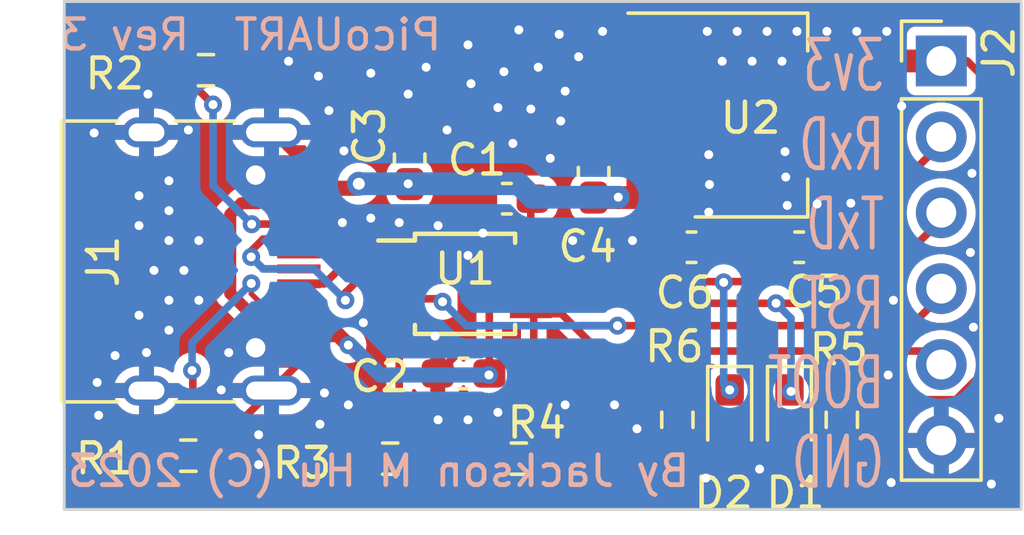
<source format=kicad_pcb>
(kicad_pcb (version 20221018) (generator pcbnew)
  (layers (0 "F.Cu" signal) (31 "B.Cu" signal) (34 "B.Paste" user) (35 "F.Paste" user) (36 "B.SilkS" user "B.Silkscreen") (37 "F.SilkS" user "F.Silkscreen") (38 "B.Mask" user) (39 "F.Mask" user) (44 "Edge.Cuts" user))
  (net 0 "")
  (net 1 "GND")
  (net 2 "Net-(U1-V3)")
  (net 3 "+5V")
  (net 4 "+3V3")
  (net 5 "Net-(J1-CC1)")
  (net 6 "USB_DP")
  (net 7 "USB_DM")
  (net 9 "Net-(J1-CC2)")
  (net 11 "RxD")
  (net 12 "TxD")
  (net 13 "RESET")
  (net 14 "BOOT")
  (net 15 "Net-(U1-CTS)")
  (net 16 "Net-(D1-A)")
  (net 17 "Net-(D2-A)")
  (footprint "Capacitor_SMD:C_0603_1608Metric_Pad1.08x0.95mm_HandSolder" (layer "F.Cu") (at 137.8 81.6)
    (fp_text reference "C1" (at -1 -1.3) (layer "F.SilkS"))
    (fp_text value "100nF")
    (fp_line (start -0.146267 -0.51) (end 0.146267 -0.51) (stroke (width 0.12)) (layer "F.SilkS"))
    (fp_line (start -0.146267 0.51) (end 0.146267 0.51) (stroke (width 0.12)) (layer "F.SilkS"))
    (pad "1" smd roundrect (at -0.8625 0) (size 1.075 0.95) (layers "F.Cu" "F.Paste" "F.Mask") (net 1 "GND"))
    (pad "2" smd roundrect (at 0.8625 0) (size 1.075 0.95) (layers "F.Cu" "F.Paste" "F.Mask") (net 2 "Net-(U1-V3)"))
  )
  (footprint "Capacitor_SMD:C_0603_1608Metric_Pad1.08x0.95mm_HandSolder" (layer "F.Cu") (at 136.35 87.45)
    (fp_text reference "C2" (at -2.8 0.1) (layer "F.SilkS"))
    (fp_text value "100nF")
    (fp_line (start -0.146267 -0.51) (end 0.146267 -0.51) (stroke (width 0.12)) (layer "F.SilkS"))
    (fp_line (start -0.146267 0.51) (end 0.146267 0.51) (stroke (width 0.12)) (layer "F.SilkS"))
    (pad "1" smd roundrect (at -0.8625 0) (size 1.075 0.95) (layers "F.Cu" "F.Paste" "F.Mask") (net 1 "GND"))
    (pad "2" smd roundrect (at 0.8625 0) (size 1.075 0.95) (layers "F.Cu" "F.Paste" "F.Mask") (net 3 "+5V"))
  )
  (footprint "Package_SO:MSOP-10_3x3mm_P0.5mm" (layer "F.Cu") (at 136.4 84.45)
    (fp_text reference "U1" (at 0 -0.5) (layer "F.SilkS"))
    (fp_text value "CH340X")
    (fp_line (start -1.675 -1.675) (end -1.675 -1.45) (stroke (width 0.15)) (layer "F.SilkS"))
    (fp_line (start -1.675 -1.675) (end 1.675 -1.675) (stroke (width 0.15)) (layer "F.SilkS"))
    (fp_line (start -1.675 -1.45) (end -2.9 -1.45) (stroke (width 0.15)) (layer "F.SilkS"))
    (fp_line (start -1.675 1.675) (end -1.675 1.375) (stroke (width 0.15)) (layer "F.SilkS"))
    (fp_line (start -1.675 1.675) (end 1.675 1.675) (stroke (width 0.15)) (layer "F.SilkS"))
    (fp_line (start 1.675 -1.675) (end 1.675 -1.375) (stroke (width 0.15)) (layer "F.SilkS"))
    (fp_line (start 1.675 1.675) (end 1.675 1.375) (stroke (width 0.15)) (layer "F.SilkS"))
    (pad "1" smd rect (at -2.2 -1) (size 1.4 0.3) (layers "F.Cu" "F.Paste" "F.Mask") (net 6 "USB_DP"))
    (pad "2" smd rect (at -2.2 -0.5) (size 1.4 0.3) (layers "F.Cu" "F.Paste" "F.Mask") (net 7 "USB_DM"))
    (pad "3" smd rect (at -2.2 0) (size 1.4 0.3) (layers "F.Cu" "F.Paste" "F.Mask") (net 1 "GND"))
    (pad "4" smd rect (at -2.2 0.5) (size 1.4 0.3) (layers "F.Cu" "F.Paste" "F.Mask") (net 13 "RESET"))
    (pad "5" smd rect (at -2.2 1) (size 1.4 0.3) (layers "F.Cu" "F.Paste" "F.Mask") (net 15 "Net-(U1-CTS)"))
    (pad "6" smd rect (at 2.2 1) (size 1.4 0.3) (layers "F.Cu" "F.Paste" "F.Mask") (net 14 "BOOT"))
    (pad "7" smd rect (at 2.2 0.5) (size 1.4 0.3) (layers "F.Cu" "F.Paste" "F.Mask") (net 3 "+5V"))
    (pad "8" smd rect (at 2.2 0) (size 1.4 0.3) (layers "F.Cu" "F.Paste" "F.Mask") (net 12 "TxD"))
    (pad "9" smd rect (at 2.2 -0.5) (size 1.4 0.3) (layers "F.Cu" "F.Paste" "F.Mask") (net 11 "RxD"))
    (pad "10" smd rect (at 2.2 -1) (size 1.4 0.3) (layers "F.Cu" "F.Paste" "F.Mask") (net 2 "Net-(U1-V3)"))
  )
  (footprint "Connector_PinHeader_2.54mm:PinHeader_1x06_P2.54mm_Vertical" (layer "F.Cu") (at 152.325 76.99)
    (fp_text reference "J2" (at 1.925 -0.29 90) (layer "F.SilkS"))
    (fp_text value "UART")
    (fp_line (start -1.33 -1.33) (end 0 -1.33) (stroke (width 0.12)) (layer "F.SilkS"))
    (fp_line (start -1.33 0) (end -1.33 -1.33) (stroke (width 0.12)) (layer "F.SilkS"))
    (fp_line (start -1.33 1.27) (end -1.33 14.03) (stroke (width 0.12)) (layer "F.SilkS"))
    (fp_line (start -1.33 1.27) (end 1.33 1.27) (stroke (width 0.12)) (layer "F.SilkS"))
    (fp_line (start -1.33 14.03) (end 1.33 14.03) (stroke (width 0.12)) (layer "F.SilkS"))
    (fp_line (start 1.33 1.27) (end 1.33 14.03) (stroke (width 0.12)) (layer "F.SilkS"))
    (pad "1" thru_hole rect (at 0 0) (size 1.7 1.7) (drill 1) (layers "*.Cu" "*.Mask") (net 4 "+3V3"))
    (pad "2" thru_hole oval (at 0 2.54) (size 1.7 1.7) (drill 1) (layers "*.Cu" "*.Mask") (net 11 "RxD"))
    (pad "3" thru_hole oval (at 0 5.08) (size 1.7 1.7) (drill 1) (layers "*.Cu" "*.Mask") (net 12 "TxD"))
    (pad "4" thru_hole oval (at 0 7.62) (size 1.7 1.7) (drill 1) (layers "*.Cu" "*.Mask") (net 13 "RESET"))
    (pad "5" thru_hole oval (at 0 10.16) (size 1.7 1.7) (drill 1) (layers "*.Cu" "*.Mask") (net 14 "BOOT"))
    (pad "6" thru_hole oval (at 0 12.7) (size 1.7 1.7) (drill 1) (layers "*.Cu" "*.Mask") (net 1 "GND"))
  )
  (footprint "LED_SMD:LED_0603_1608Metric_Pad1.05x0.95mm_HandSolder" (layer "F.Cu") (at 145.25 88.875 -90)
    (fp_text reference "D2" (at 2.575 0.2) (layer "F.SilkS"))
    (fp_text value "LED")
    (fp_line (start -1.66 -0.735) (end -1.66 0.735) (stroke (width 0.12)) (layer "F.SilkS"))
    (fp_line (start -1.66 0.735) (end 0.8 0.735) (stroke (width 0.12)) (layer "F.SilkS"))
    (fp_line (start 0.8 -0.735) (end -1.66 -0.735) (stroke (width 0.12)) (layer "F.SilkS"))
    (pad "1" smd roundrect (at -0.875 0 270) (size 1.05 0.95) (layers "F.Cu" "F.Paste" "F.Mask") (net 11 "RxD"))
    (pad "2" smd roundrect (at 0.875 0 270) (size 1.05 0.95) (layers "F.Cu" "F.Paste" "F.Mask") (net 17 "Net-(D2-A)"))
  )
  (footprint "Capacitor_SMD:C_0603_1608Metric_Pad1.08x0.95mm_HandSolder" (layer "F.Cu") (at 143.975 83.225 180)
    (fp_text reference "C6" (at 0.225 -1.525 180) (layer "F.SilkS"))
    (fp_text value "10uF")
    (fp_line (start -0.146267 -0.51) (end 0.146267 -0.51) (stroke (width 0.12)) (layer "F.SilkS"))
    (fp_line (start -0.146267 0.51) (end 0.146267 0.51) (stroke (width 0.12)) (layer "F.SilkS"))
    (pad "1" smd roundrect (at -0.8625 0 180) (size 1.075 0.95) (layers "F.Cu" "F.Paste" "F.Mask") (net 4 "+3V3"))
    (pad "2" smd roundrect (at 0.8625 0 180) (size 1.075 0.95) (layers "F.Cu" "F.Paste" "F.Mask") (net 1 "GND"))
  )
  (footprint "Connector_USB:USB_C_Receptacle_HRO_TYPE-C-31-M-12" (layer "F.Cu") (at 126.8 83.7 -90)
    (fp_text reference "J1" (at 0 2.5 90) (layer "F.SilkS"))
    (fp_text value "USB")
    (fp_line (start -4.7 -1.9) (end -4.7 0.1) (stroke (width 0.12)) (layer "F.SilkS"))
    (fp_line (start -4.7 2) (end -4.7 3.9) (stroke (width 0.12)) (layer "F.SilkS"))
    (fp_line (start -4.7 3.9) (end 4.7 3.9) (stroke (width 0.12)) (layer "F.SilkS"))
    (fp_line (start 4.7 -1.9) (end 4.7 0.1) (stroke (width 0.12)) (layer "F.SilkS"))
    (fp_line (start 4.7 2) (end 4.7 3.9) (stroke (width 0.12)) (layer "F.SilkS"))
    (pad "" np_thru_hole circle (at -2.89 -2.6 270) (size 0.65 0.65) (drill 0.65) (layers "*.Cu" "*.Mask"))
    (pad "" np_thru_hole circle (at 2.89 -2.6 270) (size 0.65 0.65) (drill 0.65) (layers "*.Cu" "*.Mask"))
    (pad "A1" smd rect (at -3.25 -4.045 270) (size 0.6 1.45) (layers "F.Cu" "F.Paste" "F.Mask") (net 1 "GND"))
    (pad "A4" smd rect (at -2.45 -4.045 270) (size 0.6 1.45) (layers "F.Cu" "F.Paste" "F.Mask") (net 3 "+5V"))
    (pad "A5" smd rect (at -1.25 -4.045 270) (size 0.3 1.45) (layers "F.Cu" "F.Paste" "F.Mask") (net 5 "Net-(J1-CC1)"))
    (pad "A6" smd rect (at -0.25 -4.045 270) (size 0.3 1.45) (layers "F.Cu" "F.Paste" "F.Mask") (net 6 "USB_DP"))
    (pad "A7" smd rect (at 0.25 -4.045 270) (size 0.3 1.45) (layers "F.Cu" "F.Paste" "F.Mask") (net 7 "USB_DM"))
    (pad "A8" smd rect (at 1.25 -4.045 270) (size 0.3 1.45) (layers "F.Cu" "F.Paste" "F.Mask"))
    (pad "A9" smd rect (at 2.45 -4.045 270) (size 0.6 1.45) (layers "F.Cu" "F.Paste" "F.Mask") (net 3 "+5V"))
    (pad "A12" smd rect (at 3.25 -4.045 270) (size 0.6 1.45) (layers "F.Cu" "F.Paste" "F.Mask") (net 1 "GND"))
    (pad "B1" smd rect (at 3.25 -4.045 270) (size 0.6 1.45) (layers "F.Cu" "F.Paste" "F.Mask") (net 1 "GND"))
    (pad "B4" smd rect (at 2.45 -4.045 270) (size 0.6 1.45) (layers "F.Cu" "F.Paste" "F.Mask") (net 3 "+5V"))
    (pad "B5" smd rect (at 1.75 -4.045 270) (size 0.3 1.45) (layers "F.Cu" "F.Paste" "F.Mask") (net 9 "Net-(J1-CC2)"))
    (pad "B6" smd rect (at 0.75 -4.045 270) (size 0.3 1.45) (layers "F.Cu" "F.Paste" "F.Mask") (net 6 "USB_DP"))
    (pad "B7" smd rect (at -0.75 -4.045 270) (size 0.3 1.45) (layers "F.Cu" "F.Paste" "F.Mask") (net 7 "USB_DM"))
    (pad "B8" smd rect (at -1.75 -4.045 270) (size 0.3 1.45) (layers "F.Cu" "F.Paste" "F.Mask"))
    (pad "B9" smd rect (at -2.45 -4.045 270) (size 0.6 1.45) (layers "F.Cu" "F.Paste" "F.Mask") (net 3 "+5V"))
    (pad "B12" smd rect (at -3.25 -4.045 270) (size 0.6 1.45) (layers "F.Cu" "F.Paste" "F.Mask") (net 1 "GND"))
    (pad "S1" thru_hole oval (at -4.32 -3.13 270) (size 1 2.1) (drill oval 0.6 1.7) (layers "*.Cu" "*.Mask") (net 1 "GND"))
    (pad "S1" thru_hole oval (at -4.32 1.05 270) (size 1 1.6) (drill oval 0.6 1.2) (layers "*.Cu" "*.Mask") (net 1 "GND"))
    (pad "S1" thru_hole oval (at 4.32 -3.13 270) (size 1 2.1) (drill oval 0.6 1.7) (layers "*.Cu" "*.Mask") (net 1 "GND"))
    (pad "S1" thru_hole oval (at 4.32 1.05 270) (size 1 1.6) (drill oval 0.6 1.2) (layers "*.Cu" "*.Mask") (net 1 "GND"))
  )
  (footprint "LED_SMD:LED_0603_1608Metric_Pad1.05x0.95mm_HandSolder" (layer "F.Cu") (at 147.25 88.875 -90)
    (fp_text reference "D1" (at 2.575 -0.2) (layer "F.SilkS"))
    (fp_text value "LED")
    (fp_line (start -1.66 -0.735) (end -1.66 0.735) (stroke (width 0.12)) (layer "F.SilkS"))
    (fp_line (start -1.66 0.735) (end 0.8 0.735) (stroke (width 0.12)) (layer "F.SilkS"))
    (fp_line (start 0.8 -0.735) (end -1.66 -0.735) (stroke (width 0.12)) (layer "F.SilkS"))
    (pad "1" smd roundrect (at -0.875 0 270) (size 1.05 0.95) (layers "F.Cu" "F.Paste" "F.Mask") (net 12 "TxD"))
    (pad "2" smd roundrect (at 0.875 0 270) (size 1.05 0.95) (layers "F.Cu" "F.Paste" "F.Mask") (net 16 "Net-(D1-A)"))
  )
  (footprint "Resistor_SMD:R_0603_1608Metric_Pad0.98x0.95mm_HandSolder" (layer "F.Cu") (at 143.5 89 -90)
    (fp_text reference "R6" (at -2.45 0.1 -180) (layer "F.SilkS"))
    (fp_text value "1k")
    (fp_line (start -0.254724 -0.5225) (end 0.254724 -0.5225) (stroke (width 0.12)) (layer "F.SilkS"))
    (fp_line (start -0.254724 0.5225) (end 0.254724 0.5225) (stroke (width 0.12)) (layer "F.SilkS"))
    (pad "1" smd roundrect (at -0.9125 0 270) (size 0.975 0.95) (layers "F.Cu" "F.Paste" "F.Mask") (net 4 "+3V3"))
    (pad "2" smd roundrect (at 0.9125 0 270) (size 0.975 0.95) (layers "F.Cu" "F.Paste" "F.Mask") (net 17 "Net-(D2-A)"))
  )
  (footprint "Resistor_SMD:R_0603_1608Metric_Pad0.98x0.95mm_HandSolder" (layer "F.Cu") (at 127.7375 77.3)
    (fp_text reference "R2" (at -3.05 0.12) (layer "F.SilkS"))
    (fp_text value "5.11k")
    (fp_line (start -0.254724 -0.5225) (end 0.254724 -0.5225) (stroke (width 0.12)) (layer "F.SilkS"))
    (fp_line (start -0.254724 0.5225) (end 0.254724 0.5225) (stroke (width 0.12)) (layer "F.SilkS"))
    (pad "1" smd roundrect (at -0.9125 0) (size 0.975 0.95) (layers "F.Cu" "F.Paste" "F.Mask") (net 5 "Net-(J1-CC1)"))
    (pad "2" smd roundrect (at 0.9125 0) (size 0.975 0.95) (layers "F.Cu" "F.Paste" "F.Mask") (net 1 "GND"))
  )
  (footprint "Capacitor_SMD:C_0603_1608Metric_Pad1.08x0.95mm_HandSolder" (layer "F.Cu") (at 147.575 83.225)
    (fp_text reference "C5" (at 0.5 1.5 180) (layer "F.SilkS"))
    (fp_text value "0.1uF")
    (fp_line (start -0.146267 -0.51) (end 0.146267 -0.51) (stroke (width 0.12)) (layer "F.SilkS"))
    (fp_line (start -0.146267 0.51) (end 0.146267 0.51) (stroke (width 0.12)) (layer "F.SilkS"))
    (pad "1" smd roundrect (at -0.8625 0) (size 1.075 0.95) (layers "F.Cu" "F.Paste" "F.Mask") (net 4 "+3V3"))
    (pad "2" smd roundrect (at 0.8625 0) (size 1.075 0.95) (layers "F.Cu" "F.Paste" "F.Mask") (net 1 "GND"))
  )
  (footprint "Capacitor_SMD:C_0603_1608Metric_Pad1.08x0.95mm_HandSolder" (layer "F.Cu") (at 140.7 80.7 90)
    (fp_text reference "C4" (at -2.5 -0.2 180) (layer "F.SilkS"))
    (fp_text value "0.1uF")
    (fp_line (start -0.146267 -0.51) (end 0.146267 -0.51) (stroke (width 0.12)) (layer "F.SilkS"))
    (fp_line (start -0.146267 0.51) (end 0.146267 0.51) (stroke (width 0.12)) (layer "F.SilkS"))
    (pad "1" smd roundrect (at -0.8625 0 90) (size 1.075 0.95) (layers "F.Cu" "F.Paste" "F.Mask") (net 3 "+5V"))
    (pad "2" smd roundrect (at 0.8625 0 90) (size 1.075 0.95) (layers "F.Cu" "F.Paste" "F.Mask") (net 1 "GND"))
  )
  (footprint "Resistor_SMD:R_0603_1608Metric_Pad0.98x0.95mm_HandSolder" (layer "F.Cu") (at 127.15 90.2)
    (fp_text reference "R1" (at -2.7875 0.1) (layer "F.SilkS"))
    (fp_text value "5.11k")
    (fp_line (start -0.254724 -0.5225) (end 0.254724 -0.5225) (stroke (width 0.12)) (layer "F.SilkS"))
    (fp_line (start -0.254724 0.5225) (end 0.254724 0.5225) (stroke (width 0.12)) (layer "F.SilkS"))
    (pad "1" smd roundrect (at -0.9125 0) (size 0.975 0.95) (layers "F.Cu" "F.Paste" "F.Mask") (net 9 "Net-(J1-CC2)"))
    (pad "2" smd roundrect (at 0.9125 0) (size 0.975 0.95) (layers "F.Cu" "F.Paste" "F.Mask") (net 1 "GND"))
  )
  (footprint "Resistor_SMD:R_0603_1608Metric_Pad0.98x0.95mm_HandSolder" (layer "F.Cu") (at 149 89 -90)
    (fp_text reference "R5" (at -2.35 0.1 -180) (layer "F.SilkS"))
    (fp_text value "1k")
    (fp_line (start -0.254724 -0.5225) (end 0.254724 -0.5225) (stroke (width 0.12)) (layer "F.SilkS"))
    (fp_line (start -0.254724 0.5225) (end 0.254724 0.5225) (stroke (width 0.12)) (layer "F.SilkS"))
    (pad "1" smd roundrect (at -0.9125 0 270) (size 0.975 0.95) (layers "F.Cu" "F.Paste" "F.Mask") (net 4 "+3V3"))
    (pad "2" smd roundrect (at 0.9125 0 270) (size 0.975 0.95) (layers "F.Cu" "F.Paste" "F.Mask") (net 16 "Net-(D1-A)"))
  )
  (footprint "Package_TO_SOT_SMD:SOT-223-3_TabPin2" (layer "F.Cu") (at 145.95 78.8)
    (fp_text reference "U2" (at 0 0.1) (layer "F.SilkS"))
    (fp_text value "AMS1117-3.3")
    (fp_line (start -4.1 -3.41) (end 1.91 -3.41) (stroke (width 0.12)) (layer "F.SilkS"))
    (fp_line (start -1.85 3.41) (end 1.91 3.41) (stroke (width 0.12)) (layer "F.SilkS"))
    (fp_line (start 1.91 -3.41) (end 1.91 -2.15) (stroke (width 0.12)) (layer "F.SilkS"))
    (fp_line (start 1.91 3.41) (end 1.91 2.15) (stroke (width 0.12)) (layer "F.SilkS"))
    (pad "1" smd rect (at -3.15 -2.3) (size 2 1.5) (layers "F.Cu" "F.Paste" "F.Mask") (net 1 "GND"))
    (pad "2" smd rect (at -3.15 0) (size 2 1.5) (layers "F.Cu" "F.Paste" "F.Mask") (net 4 "+3V3"))
    (pad "2" smd rect (at 3.15 0) (size 2 3.8) (layers "F.Cu" "F.Paste" "F.Mask") (net 4 "+3V3"))
    (pad "3" smd rect (at -3.15 2.3) (size 2 1.5) (layers "F.Cu" "F.Paste" "F.Mask") (net 3 "+5V"))
  )
  (footprint "Capacitor_SMD:C_0603_1608Metric_Pad1.08x0.95mm_HandSolder" (layer "F.Cu") (at 134.55 80.25 90)
    (fp_text reference "C3" (at 0.75 -1.35 90) (layer "F.SilkS"))
    (fp_text value "10uF")
    (fp_line (start -0.146267 -0.51) (end 0.146267 -0.51) (stroke (width 0.12)) (layer "F.SilkS"))
    (fp_line (start -0.146267 0.51) (end 0.146267 0.51) (stroke (width 0.12)) (layer "F.SilkS"))
    (pad "1" smd roundrect (at -0.8625 0 90) (size 1.075 0.95) (layers "F.Cu" "F.Paste" "F.Mask") (net 3 "+5V"))
    (pad "2" smd roundrect (at 0.8625 0 90) (size 1.075 0.95) (layers "F.Cu" "F.Paste" "F.Mask") (net 1 "GND"))
  )
  (footprint "Resistor_SMD:R_0603_1608Metric_Pad0.98x0.95mm_HandSolder" (layer "F.Cu") (at 138.2 90.3)
    (fp_text reference "R4" (at 0.6 -1.2) (layer "F.SilkS"))
    (fp_text value "4.7k")
    (fp_line (start -0.254724 -0.5225) (end 0.254724 -0.5225) (stroke (width 0.12)) (layer "F.SilkS"))
    (fp_line (start -0.254724 0.5225) (end 0.254724 0.5225) (stroke (width 0.12)) (layer "F.SilkS"))
    (pad "1" smd roundrect (at -0.9125 0) (size 0.975 0.95) (layers "F.Cu" "F.Paste" "F.Mask") (net 14 "BOOT"))
    (pad "2" smd roundrect (at 0.9125 0) (size 0.975 0.95) (layers "F.Cu" "F.Paste" "F.Mask") (net 1 "GND"))
  )
  (footprint "Resistor_SMD:R_0603_1608Metric_Pad0.98x0.95mm_HandSolder" (layer "F.Cu") (at 133.9 90.3)
    (fp_text reference "R3" (at -2.95 0.15) (layer "F.SilkS"))
    (fp_text value "4.7k")
    (fp_line (start -0.254724 -0.5225) (end 0.254724 -0.5225) (stroke (width 0.12)) (layer "F.SilkS"))
    (fp_line (start -0.254724 0.5225) (end 0.254724 0.5225) (stroke (width 0.12)) (layer "F.SilkS"))
    (pad "1" smd roundrect (at -0.9125 0) (size 0.975 0.95) (layers "F.Cu" "F.Paste" "F.Mask") (net 15 "Net-(U1-CTS)"))
    (pad "2" smd roundrect (at 0.9125 0) (size 0.975 0.95) (layers "F.Cu" "F.Paste" "F.Mask") (net 14 "BOOT"))
  )
  (gr_rect (start 123 75) (end 155 92) (stroke (width 0.1)) (fill none) (layer "Edge.Cuts"))
  (gr_text "3v3\nRxD\nTxD\nRST\nBOOT\nGND" (at 150.5 91.4) (layer "B.SilkS") (effects (font (size 1.65 1) (thickness 0.16)) (justify left bottom mirror)))
  (gr_text "PicoUART  Rev 3" (at 135.7 76.7) (layer "B.SilkS") (effects (font (size 1 1)) (justify left bottom mirror)))
  (gr_text "By Jackson M Hu (C) 2023" (at 144 91.3) (layer "B.SilkS") (effects (font (size 1 1) (thickness 0.16)) (justify left bottom mirror)))
  (segment (start 134.2 84.45) (end 135.204 84.45) (width 0.254) (layer "F.Cu") (net 1))
  (segment (start 135.654 84) (end 136 84) (width 0.254) (layer "F.Cu") (net 1))
  (segment (start 129.93 78.58) (end 128.65 77.3) (width 0.254) (layer "F.Cu") (net 1))
  (segment (start 136.277 84.277) (end 136.277 86.6605) (width 0.254) (layer "F.Cu") (net 1))
  (segment (start 130.845 80.295) (end 129.93 79.38) (width 0.254) (layer "F.Cu") (net 1))
  (segment (start 134.5425 79.38) (end 134.55 79.3875) (width 0.254) (layer "F.Cu") (net 1))
  (segment (start 130.845 86.95) (end 130.845 87.105) (width 0.254) (layer "F.Cu") (net 1))
  (segment (start 136.277 86.6605) (end 135.4875 87.45) (width 0.254) (layer "F.Cu") (net 1))
  (segment (start 129.93 79.38) (end 129.93 78.58) (width 0.254) (layer "F.Cu") (net 1))
  (segment (start 130.845 87.105) (end 129.93 88.02) (width 0.254) (layer "F.Cu") (net 1))
  (segment (start 128.0625 89.8875) (end 129.93 88.02) (width 0.254) (layer "F.Cu") (net 1))
  (segment (start 136 84) (end 136.277 84.277) (width 0.254) (layer "F.Cu") (net 1))
  (segment (start 140.7 77.988) (end 140.7 79.8375) (width 0.762) (layer "F.Cu") (net 1))
  (segment (start 130.845 80.45) (end 130.845 80.295) (width 0.254) (layer "F.Cu") (net 1))
  (segment (start 136.9375 81.6) (end 134.725 79.3875) (width 0.254) (layer "F.Cu") (net 1))
  (segment (start 129.93 79.38) (end 134.5425 79.38) (width 0.254) (layer "F.Cu") (net 1))
  (segment (start 128.0625 90.2) (end 128.0625 89.8875) (width 0.254) (layer "F.Cu") (net 1))
  (segment (start 135.204 84.45) (end 135.654 84) (width 0.254) (layer "F.Cu") (net 1))
  (segment (start 142.188 76.5) (end 140.7 77.988) (width 0.762) (layer "F.Cu") (net 1))
  (segment (start 142.8 76.5) (end 142.188 76.5) (width 0.762) (layer "F.Cu") (net 1))
  (segment (start 134.725 79.3875) (end 134.55 79.3875) (width 0.254) (layer "F.Cu") (net 1))
  (via (at 131.5 77.5) (size 0.6) (drill 0.3) (layers "F.Cu" "B.Cu") (net 1))
  (via (at 142 83) (size 0.6) (drill 0.3) (layers "F.Cu" "B.Cu") (net 1))
  (via (at 125.5 81.5) (size 0.6) (drill 0.3) (layers "F.Cu" "B.Cu") (net 1))
  (via (at 125.5 85.5) (size 0.6) (drill 0.3) (layers "F.Cu" "B.Cu") (net 1))
  (via (at 138.2 75.95) (size 0.6) (drill 0.3) (layers "F.Cu" "B.Cu") (net 1))
  (via (at 153.3 83.4) (size 0.6) (drill 0.3) (layers "F.Cu" "B.Cu") (net 1))
  (via (at 138.6 78.6) (size 0.6) (drill 0.3) (layers "F.Cu" "B.Cu") (net 1))
  (via (at 127.5 83) (size 0.6) (drill 0.3) (layers "F.Cu" "B.Cu") (net 1))
  (via (at 137.5 88.75) (size 0.6) (drill 0.3) (layers "F.Cu" "B.Cu") (net 1))
  (via (at 139.75 78) (size 0.6) (drill 0.3) (layers "F.Cu" "B.Cu") (net 1))
  (via (at 146 77) (size 0.6) (drill 0.3) (layers "F.Cu" "B.Cu") (net 1))
  (via (at 139.75 88.5) (size 0.6) (drill 0.3) (layers "F.Cu" "B.Cu") (net 1))
  (via (at 130.5 77) (size 0.6) (drill 0.3) (layers "F.Cu" "B.Cu") (net 1))
  (via (at 144.55 82.05) (size 0.6) (drill 0.3) (layers "F.Cu" "B.Cu") (net 1))
  (via (at 134.2 82.4) (size 0.6) (drill 0.3) (layers "F.Cu" "B.Cu") (net 1))
  (via (at 124 79.4) (size 0.6) (drill 0.3) (layers "F.Cu" "B.Cu") (net 1))
  (via (at 147.1 80.025) (size 0.6) (drill 0.3) (layers "F.Cu" "B.Cu") (net 1))
  (via (at 132.3 82.4) (size 0.6) (drill 0.3) (layers "F.Cu" "B.Cu") (net 1))
  (via (at 146.5 76) (size 0.6) (drill 0.3) (layers "F.Cu" "B.Cu") (net 1))
  (via (at 137.7 77.35) (size 0.6) (drill 0.3) (layers "F.Cu" "B.Cu") (net 1))
  (via (at 128.5 86.75) (size 0.6) (drill 0.3) (layers "F.Cu" "B.Cu") (net 1))
  (via (at 144.575 81.125) (size 0.6) (drill 0.3) (layers "F.Cu" "B.Cu") (net 1))
  (via (at 131.7 88.1) (size 0.6) (drill 0.3) (layers "F.Cu" "B.Cu") (net 1))
  (via (at 139.55 76.1) (size 0.6) (drill 0.3) (layers "F.Cu" "B.Cu") (net 1))
  (via (at 145 77) (size 0.6) (drill 0.3) (layers "F.Cu" "B.Cu") (net 1))
  (via (at 126.5 82) (size 0.6) (drill 0.3) (layers "F.Cu" "B.Cu") (net 1))
  (via (at 126.5 85) (size 0.6) (drill 0.3) (layers "F.Cu" "B.Cu") (net 1))
  (via (at 132.35 80) (size 0.6) (drill 0.3) (layers "F.Cu" "B.Cu") (net 1))
  (via (at 127.15 79.3) (size 0.6) (drill 0.3) (layers "F.Cu" "B.Cu") (net 1))
  (via (at 136.5 89) (size 0.6) (drill 0.3) (layers "F.Cu" "B.Cu") (net 1))
  (via (at 144.5 76) (size 0.6) (drill 0.3) (layers "F.Cu" "B.Cu") (net 1))
  (via (at 125.8 78.1) (size 0.6) (drill 0.3) (layers "F.Cu" "B.Cu") (net 1))
  (via (at 144.55 80.125) (size 0.6) (drill 0.3) (layers "F.Cu" "B.Cu") (net 1))
  (via (at 125.5 82.5) (size 0.6) (drill 0.3) (layers "F.Cu" "B.Cu") (net 1))
  (via (at 135.1 77.2) (size 0.6) (drill 0.3) (layers "F.Cu" "B.Cu") (net 1))
  (via (at 150.725 85) (size 0.6) (drill 0.3) (layers "F.Cu" "B.Cu") (net 1))
  (via (at 153.35 80.75) (size 0.6) (drill 0.3) (layers "F.Cu" "B.Cu") (net 1))
  (via (at 135.8 79.3) (size 0.6) (drill 0.3) (layers "F.Cu" "B.Cu") (net 1))
  (via (at 134.5 78.1) (size 0.6) (drill 0.3) (layers "F.Cu" "B.Cu") (net 1))
  (via (at 147.5 76) (size 0.6) (drill 0.3) (layers "F.Cu" "B.Cu") (net 1))
  (via (at 153.4 85.9) (size 0.6) (drill 0.3) (layers "F.Cu" "B.Cu") (net 1))
  (via (at 124.1 87.75) (size 0.6) (drill 0.3) (layers "F.Cu" "B.Cu") (net 1))
  (via (at 138 79.75) (size 0.6) (drill 0.3) (layers "F.Cu" "B.Cu") (net 1))
  (via (at 128.25 88) (size 0.6) (drill 0.3) (layers "F.Cu" "B.Cu") (net 1))
  (via (at 139.6 79) (size 0.6) (drill 0.3) (layers "F.Cu" "B.Cu") (net 1))
  (via (at 147 77) (size 0.6) (drill 0.3) (layers "F.Cu" "B.Cu") (net 1))
  (via (at 131.85 78.65) (size 0.6) (drill 0.3) (layers "F.Cu" "B.Cu") (net 1))
  (via (at 154.25 88.95) (size 0.6) (drill 0.3) (layers "F.Cu" "B.Cu") (net 1))
  (via (at 150.65 91.1) (size 0.6) (drill 0.3) (layers "F.Cu" "B.Cu") (net 1))
  (via (at 151 78.5) (size 0.6) (drill 0.3) (layers "F.Cu" "B.Cu") (net 1))
  (via (at 142.15 89.3) (size 0.6) (drill 0.3) (layers "F.Cu" "B.Cu") (net 1))
  (via (at 137 82.75) (size 0.6) (drill 0.3) (layers "F.Cu" "B.Cu") (net 1))
  (via (at 127 84) (size 0.6) (drill 0.3) (layers "F.Cu" "B.Cu") (net 1))
  (via (at 124.7 86.85) (size 0.6) (drill 0.3) (layers "F.Cu" "B.Cu") (net 1))
  (via (at 133.25 82.25) (size 0.6) (drill 0.3) (layers "F.Cu" "B.Cu") (net 1))
  (via (at 126.5 81) (size 0.6) (drill 0.3) (layers "F.Cu" "B.Cu") (net 1))
  (via (at 140.2 76.85) (size 0.6) (drill 0.3) (layers "F.Cu" "B.Cu") (net 1))
  (via (at 147.125 80.875) (size 0.6) (drill 0.3) (layers "F.Cu" "B.Cu") (net 1))
  (via (at 139.25 80.25) (size 0.6) (drill 0.3) (layers "F.Cu" "B.Cu") (net 1))
  (via (at 147.175 81.825) (size 0.6) (drill 0.3) (layers "F.Cu" "B.Cu") (net 1))
  (via (at 149.3 81.75) (size 0.6) (drill 0.3) (layers "F.Cu" "B.Cu") (net 1))
  (via (at 125.75 86.75) (size 0.6) (drill 0.3) (layers "F.Cu" "B.Cu") (net 1))
  (via (at 148.175 81.775) (size 0.6) (drill 0.3) (layers "F.Cu" "B.Cu") (net 1))
  (via (at 133.25 77.4) (size 0.6) (drill 0.3) (layers "F.Cu" "B.Cu") (net 1))
  (via (at 154 91.15) (size 0.6) (drill 0.3) (layers "F.Cu" "B.Cu") (net 1))
  (via (at 135.5 82.5) (size 0.6) (drill 0.3) (layers "F.Cu" "B.Cu") (net 1))
  (via (at 126.5 86) (size 0.6) (drill 0.3) (layers "F.Cu" "B.Cu") (net 1))
  (via (at 149.5 76) (size 0.6) (drill 0.3) (layers "F.Cu" "B.Cu") (net 1))
  (via (at 126.5 83) (size 0.6) (drill 0.3) (layers "F.Cu" "B.Cu") (net 1))
  (via (at 141 76) (size 0.6) (drill 0.3) (layers "F.Cu" "B.Cu") (net 1))
  (via (at 140 83) (size 0.6) (drill 0.3) (layers "F.Cu" "B.Cu") (net 1))
  (via (at 138.85 77.2) (size 0.6) (drill 0.3) (layers "F.Cu" "B.Cu") (net 1))
  (via (at 127.5 85) (size 0.6) (drill 0.3) (layers "F.Cu" "B.Cu") (net 1))
  (via (at 133 85.75) (size 0.6) (drill 0.3) (layers "F.Cu" "B.Cu") (net 1))
  (via (at 136.6 77.75) (size 0.6) (drill 0.3) (layers "F.Cu" "B.Cu") (net 1))
  (via (at 150.55 87.5) (size 0.6) (drill 0.3) (layers "F.Cu" "B.Cu") (net 1))
  (via (at 124.15 88.85) (size 0.6) (drill 0.3) (layers "F.Cu" "B.Cu") (net 1))
  (via (at 146.25 90.65) (size 0.6) (drill 0.3) (layers "F.Cu" "B.Cu") (net 1))
  (via (at 144.45 90.95) (size 0.6) (drill 0.3) (layers "F.Cu" "B.Cu") (net 1))
  (via (at 150.5 76) (size 0.6) (drill 0.3) (layers "F.Cu" "B.Cu") (net 1))
  (via (at 148.5 76) (size 0.6) (drill 0.3) (layers "F.Cu" "B.Cu") (net 1))
  (via (at 141.4 88.5) (size 0.6) (drill 0.3) (layers "F.Cu" "B.Cu") (net 1))
  (via (at 145.5 76) (size 0.6) (drill 0.3) (layers "F.Cu" "B.Cu") (net 1))
  (via (at 136.5 76.45) (size 0.6) (drill 0.3) (layers "F.Cu" "B.Cu") (net 1))
  (via (at 129.5 89.5) (size 0.6) (drill 0.3) (layers "F.Cu" "B.Cu") (net 1))
  (via (at 137.5 78.55) (size 0.6) (drill 0.3) (layers "F.Cu" "B.Cu") (net 1))
  (via (at 129.5 90.5) (size 0.6) (drill 0.3) (layers "F.Cu" "B.Cu") (net 1))
  (via (at 135.5 89) (size 0.6) (drill 0.3) (layers "F.Cu" "B.Cu") (net 1))
  (via (at 126 84) (size 0.6) (drill 0.3) (layers "F.Cu" "B.Cu") (net 1))
  (via (at 131.55 89.15) (size 0.6) (drill 0.3) (layers "F.Cu" "B.Cu") (net 1))
  (via (at 136.5 83.5) (size 0.6) (drill 0.3) (layers "F.Cu" "B.Cu") (net 1))
  (via (at 132.5 88.5) (size 0.6) (drill 0.3) (layers "F.Cu" "B.Cu") (net 1))
  (via (at 135.4 86.2) (size 0.6) (drill 0.3) (layers "F.Cu" "B.Cu") (net 1))
  (segment (start 138.6 83.45) (end 138.6 81.6625) (width 0.254) (layer "F.Cu") (net 2))
  (segment (start 138.6 81.6625) (end 138.6625 81.6) (width 0.254) (layer "F.Cu") (net 2))
  (segment (start 140.7 81.5625) (end 141.5125 81.5625) (width 0.762) (layer "F.Cu") (net 3))
  (segment (start 129.718608 85.9389) (end 128.554708 84.775) (width 0.4) (layer "F.Cu") (net 3))
  (segment (start 132.7 81.25) (end 130.845 81.25) (width 0.508) (layer "F.Cu") (net 3))
  (segment (start 129.985305 81.25) (end 129.485305 81.75) (width 0.4) (layer "F.Cu") (net 3))
  (segment (start 129.985305 86.15) (end 129.774205 85.9389) (width 0.4) (layer "F.Cu") (net 3))
  (segment (start 137.2125 85.3335) (end 137.2125 87.45) (width 0.254) (layer "F.Cu") (net 3))
  (segment (start 128.554708 84.775) (end 128.55 84.775) (width 0.4) (layer "F.Cu") (net 3))
  (segment (start 142.3375 81.5625) (end 142.8 81.1) (width 0.762) (layer "F.Cu") (net 3))
  (segment (start 132.15 86.15) (end 132.5 86.5) (width 0.508) (layer "F.Cu") (net 3))
  (segment (start 141.5375 81.5625) (end 142.3375 81.5625) (width 0.762) (layer "F.Cu") (net 3))
  (segment (start 130.845 86.15) (end 132.15 86.15) (width 0.508) (layer "F.Cu") (net 3))
  (segment (start 141.5125 81.5625) (end 141.525 81.55) (width 0.762) (layer "F.Cu") (net 3))
  (segment (start 128.925 81.75) (end 128.55 82.125) (width 0.4) (layer "F.Cu") (net 3))
  (segment (start 130.845 81.25) (end 129.985305 81.25) (width 0.4) (layer "F.Cu") (net 3))
  (segment (start 129.485305 81.75) (end 128.925 81.75) (width 0.4) (layer "F.Cu") (net 3))
  (segment (start 130.845 86.15) (end 129.985305 86.15) (width 0.4) (layer "F.Cu") (net 3))
  (segment (start 132.85 81.1) (end 132.7 81.25) (width 0.508) (layer "F.Cu") (net 3))
  (segment (start 128.55 82.125) (end 128.55 84.775) (width 0.4) (layer "F.Cu") (net 3))
  (segment (start 141.525 81.55) (end 141.5375 81.5625) (width 0.762) (layer "F.Cu") (net 3))
  (segment (start 137.596 84.95) (end 137.2125 85.3335) (width 0.254) (layer "F.Cu") (net 3))
  (segment (start 129.774205 85.9389) (end 129.718608 85.9389) (width 0.4) (layer "F.Cu") (net 3))
  (segment (start 138.6 84.95) (end 137.596 84.95) (width 0.254) (layer "F.Cu") (net 3))
  (via (at 134.5 81.1) (size 0.6) (drill 0.3) (layers "F.Cu" "B.Cu") (net 3))
  (via (at 132.5 86.5) (size 0.6) (drill 0.3) (layers "F.Cu" "B.Cu") (net 3))
  (via (at 137.2 87.5) (size 0.6) (drill 0.3) (layers "F.Cu" "B.Cu") (net 3))
  (via (at 141.525 81.55) (size 0.6) (drill 0.3) (layers "F.Cu" "B.Cu") (net 3))
  (via (at 132.85 81.1) (size 0.8) (drill 0.4) (layers "F.Cu" "B.Cu") (net 3))
  (segment (start 138.2 81.1) (end 134.5 81.1) (width 0.762) (layer "B.Cu") (net 3))
  (segment (start 134.5 81.1) (end 132.85 81.1) (width 0.762) (layer "B.Cu") (net 3))
  (segment (start 138.65 81.55) (end 141.525 81.55) (width 0.762) (layer "B.Cu") (net 3))
  (segment (start 132.5 86.5) (end 132.566318 86.5) (width 0.508) (layer "B.Cu") (net 3))
  (segment (start 138.2 81.1) (end 138.65 81.55) (width 0.762) (layer "B.Cu") (net 3))
  (segment (start 132.566318 86.5) (end 133.566318 87.5) (width 0.508) (layer "B.Cu") (net 3))
  (segment (start 133.566318 87.5) (end 137.2 87.5) (width 0.508) (layer "B.Cu") (net 3))
  (segment (start 143.5 88.0875) (end 144.2645 88.852) (width 0.254) (layer "F.Cu") (net 4))
  (segment (start 149.2395 88.327) (end 152.81253 88.327) (width 0.254) (layer "F.Cu") (net 4))
  (segment (start 149 88.0875) (end 149.2395 88.327) (width 0.254) (layer "F.Cu") (net 4))
  (segment (start 145.725 78.925) (end 145.85 78.8) (width 0.762) (layer "F.Cu") (net 4))
  (segment (start 149.1 78.8) (end 150.91 76.99) (width 0.762) (layer "F.Cu") (net 4))
  (segment (start 153.19 76.99) (end 152.325 76.99) (width 0.254) (layer "F.Cu") (net 4))
  (segment (start 154.25 78.05) (end 153.19 76.99) (width 0.254) (layer "F.Cu") (net 4))
  (segment (start 145.725 83.225) (end 145.725 78.925) (width 0.762) (layer "F.Cu") (net 4))
  (segment (start 145.85 78.8) (end 149.1 78.8) (width 0.762) (layer "F.Cu") (net 4))
  (segment (start 142.8 78.8) (end 145.85 78.8) (width 0.762) (layer "F.Cu") (net 4))
  (segment (start 144.2645 88.852) (end 148.2355 88.852) (width 0.254) (layer "F.Cu") (net 4))
  (segment (start 145.725 83.225) (end 146.7125 83.225) (width 0.762) (layer "F.Cu") (net 4))
  (segment (start 150.91 76.99) (end 152.325 76.99) (width 0.762) (layer "F.Cu") (net 4))
  (segment (start 148.2355 88.852) (end 149 88.0875) (width 0.254) (layer "F.Cu") (net 4))
  (segment (start 144.8375 83.225) (end 145.725 83.225) (width 0.762) (layer "F.Cu") (net 4))
  (segment (start 154.25 86.88953) (end 154.25 78.05) (width 0.254) (layer "F.Cu") (net 4))
  (segment (start 152.81253 88.327) (end 154.25 86.88953) (width 0.254) (layer "F.Cu") (net 4))
  (segment (start 129.267439 82.453864) (end 129.271303 82.45) (width 0.254) (layer "F.Cu") (net 5))
  (segment (start 129.271303 82.45) (end 130.845 82.45) (width 0.254) (layer "F.Cu") (net 5))
  (segment (start 127.975 78.45) (end 128 78.475) (width 0.254) (layer "F.Cu") (net 5))
  (segment (start 127.975 78.45) (end 127.975 78.45) (width 0.254) (layer "F.Cu") (net 5))
  (segment (start 129.267439 82.453864) (end 129.542928 82.453864) (width 0.254) (layer "F.Cu") (net 5))
  (segment (start 126.825 77.3) (end 127.975 78.45) (width 0.254) (layer "F.Cu") (net 5))
  (segment (start 127.975 78.45) (end 127.975 78.45) (width 0.254) (layer "F.Cu") (net 5))
  (via (at 129.267439 82.453864) (size 0.6) (drill 0.3) (layers "F.Cu" "B.Cu") (net 5))
  (via (at 127.975 78.45) (size 0.6) (drill 0.3) (layers "F.Cu" "B.Cu") (net 5))
  (segment (start 127.975 81.161425) (end 129.267439 82.453864) (width 0.254) (layer "B.Cu") (net 5))
  (segment (start 127.975 78.45) (end 127.975 81.161425) (width 0.254) (layer "B.Cu") (net 5))
  (segment (start 131.7 84.45) (end 132.7 83.45) (width 0.254) (layer "F.Cu") (net 6))
  (segment (start 132.9 83.45) (end 134.2 83.45) (width 0.254) (layer "F.Cu") (net 6))
  (segment (start 130.845 84.45) (end 131.7 84.45) (width 0.254) (layer "F.Cu") (net 6))
  (segment (start 130.845 83.45) (end 132.9 83.45) (width 0.254) (layer "F.Cu") (net 6))
  (segment (start 132.7 83.45) (end 132.9 83.45) (width 0.254) (layer "F.Cu") (net 6))
  (segment (start 132.4 85) (end 132.4 84.746) (width 0.254) (layer "F.Cu") (net 7))
  (segment (start 129.25 83.55) (end 129.25 83.35) (width 0.254) (layer "F.Cu") (net 7))
  (segment (start 129.65 83.95) (end 130.845 83.95) (width 0.254) (layer "F.Cu") (net 7))
  (segment (start 129.65 82.95) (end 130.845 82.95) (width 0.254) (layer "F.Cu") (net 7))
  (segment (start 129.25 83.35) (end 129.65 82.95) (width 0.254) (layer "F.Cu") (net 7))
  (segment (start 132.4 84.746) (end 133.196 83.95) (width 0.254) (layer "F.Cu") (net 7))
  (segment (start 129.25 83.55) (end 129.65 83.95) (width 0.254) (layer "F.Cu") (net 7))
  (segment (start 133.196 83.95) (end 134.2 83.95) (width 0.254) (layer "F.Cu") (net 7))
  (via (at 129.25 83.55) (size 0.6) (drill 0.3) (layers "F.Cu" "B.Cu") (net 7))
  (via (at 132.4 85) (size 0.6) (drill 0.3) (layers "F.Cu" "B.Cu") (net 7))
  (segment (start 131.35 83.95) (end 132.4 85) (width 0.254) (layer "B.Cu") (net 7))
  (segment (start 129.25 83.55) (end 129.65 83.95) (width 0.254) (layer "B.Cu") (net 7))
  (segment (start 129.65 83.95) (end 131.35 83.95) (width 0.254) (layer "B.Cu") (net 7))
  (segment (start 126.2375 90.2) (end 126.2375 89.5125) (width 0.254) (layer "F.Cu") (net 9))
  (segment (start 127.3 87.325) (end 127.3 87.3) (width 0.254) (layer "F.Cu") (net 9))
  (segment (start 127.275 87.35) (end 127.3 87.325) (width 0.254) (layer "F.Cu") (net 9))
  (segment (start 129.25389 84.782772) (end 129.25389 84.435387) (width 0.1778) (layer "F.Cu") (net 9))
  (segment (start 127.3 88.45) (end 127.3 87.375) (width 0.254) (layer "F.Cu") (net 9))
  (segment (start 126.2375 89.5125) (end 127.3 88.45) (width 0.254) (layer "F.Cu") (net 9))
  (segment (start 130.845 85.45) (end 129.921118 85.45) (width 0.1778) (layer "F.Cu") (net 9))
  (segment (start 127.3 87.375) (end 127.275 87.35) (width 0.254) (layer "F.Cu") (net 9))
  (segment (start 129.921118 85.45) (end 129.25389 84.782772) (width 0.1778) (layer "F.Cu") (net 9))
  (segment (start 129.25389 84.435387) (end 129.25389 84.57889) (width 0.254) (layer "F.Cu") (net 9))
  (via (at 129.25389 84.435387) (size 0.6) (drill 0.3) (layers "F.Cu" "B.Cu") (net 9))
  (via (at 127.275 87.35) (size 0.6) (drill 0.3) (layers "F.Cu" "B.Cu") (net 9))
  (segment (start 127.275 87.35) (end 127.275 86.414277) (width 0.254) (layer "B.Cu") (net 9))
  (segment (start 127.275 86.414277) (end 129.25389 84.435387) (width 0.254) (layer "B.Cu") (net 9))
  (segment (start 145.025 84.375) (end 145.05 84.4) (width 0.254) (layer "F.Cu") (net 11))
  (segment (start 145.075 84.375) (end 149.175 84.375) (width 0.254) (layer "F.Cu") (net 11))
  (segment (start 140.525 84.375) (end 145.025 84.375) (width 0.254) (layer "F.Cu") (net 11))
  (segment (start 150.475 83.075) (end 150.475 81.6) (width 0.254) (layer "F.Cu") (net 11))
  (segment (start 138.6 83.95) (end 140.1 83.95) (width 0.254) (layer "F.Cu") (net 11))
  (segment (start 152.385 79.69) (end 152.4 79.69) (width 0.254) (layer "F.Cu") (net 11))
  (segment (start 145.05 84.4) (end 145.075 84.375) (width 0.254) (layer "F.Cu") (net 11))
  (segment (start 150.475 81.6) (end 152.385 79.69) (width 0.254) (layer "F.Cu") (net 11))
  (segment (start 149.175 84.375) (end 150.475 83.075) (width 0.254) (layer "F.Cu") (net 11))
  (segment (start 140.1 83.95) (end 140.525 84.375) (width 0.254) (layer "F.Cu") (net 11))
  (via (at 145.05 84.4) (size 0.6) (drill 0.3) (layers "F.Cu" "B.Cu") (net 11))
  (via (at 145.25 88) (size 0.6) (drill 0.3) (layers "F.Cu" "B.Cu") (net 11))
  (segment (start 145.05 84.4) (end 145.05 87.8) (width 0.254) (layer "B.Cu") (net 11))
  (segment (start 145.05 87.8) (end 145.25 88) (width 0.254) (layer "B.Cu") (net 11))
  (segment (start 146.8 85.1) (end 149.53 85.1) (width 0.254) (layer "F.Cu") (net 12))
  (segment (start 149.53 85.1) (end 152.325 82.305) (width 0.254) (layer "F.Cu") (net 12))
  (segment (start 139.65 84.45) (end 140.3 85.1) (width 0.254) (layer "F.Cu") (net 12))
  (segment (start 140.3 85.1) (end 146.8 85.1) (width 0.254) (layer "F.Cu") (net 12))
  (segment (start 138.6 84.45) (end 139.65 84.45) (width 0.254) (layer "F.Cu") (net 12))
  (segment (start 152.325 82.305) (end 152.325 82.07) (width 0.254) (layer "F.Cu") (net 12))
  (via (at 147.3 88.05) (size 0.6) (drill 0.3) (layers "F.Cu" "B.Cu") (net 12))
  (via (at 146.8 85.1) (size 0.6) (drill 0.3) (layers "F.Cu" "B.Cu") (net 12))
  (segment (start 146.8 85.1) (end 147.3 85.6) (width 0.254) (layer "B.Cu") (net 12))
  (segment (start 147.3 85.6) (end 147.3 88.05) (width 0.254) (layer "B.Cu") (net 12))
  (segment (start 134.2 84.95) (end 135.55 84.95) (width 0.254) (layer "F.Cu") (net 13))
  (segment (start 141.5 85.85) (end 151.32 85.85) (width 0.254) (layer "F.Cu") (net 13))
  (segment (start 151.32 85.85) (end 152.4 84.77) (width 0.254) (layer "F.Cu") (net 13))
  (segment (start 135.55 84.95) (end 135.65 85.05) (width 0.254) (layer "F.Cu") (net 13))
  (via (at 141.5 85.85) (size 0.6) (drill 0.3) (layers "F.Cu" "B.Cu") (net 13))
  (via (at 135.65 85.05) (size 0.6) (drill 0.3) (layers "F.Cu" "B.Cu") (net 13))
  (segment (start 141.5 85.85) (end 140.275 85.85) (width 0.254) (layer "B.Cu") (net 13))
  (segment (start 136.45 85.85) (end 135.65 85.05) (width 0.254) (layer "B.Cu") (net 13))
  (segment (start 141.5 85.85) (end 136.45 85.85) (width 0.254) (layer "B.Cu") (net 13))
  (segment (start 138.7 87.3) (end 138.7 88.85) (width 0.254) (layer "F.Cu") (net 14))
  (segment (start 138.7 85.55) (end 138.6 85.45) (width 0.254) (layer "F.Cu") (net 14))
  (segment (start 137.2875 90.2625) (end 137.2875 90.3) (width 0.254) (layer "F.Cu") (net 14))
  (segment (start 138.6 85.45) (end 139.625 85.45) (width 0.254) (layer "F.Cu") (net 14))
  (segment (start 138.7 87.3) (end 138.7 85.55) (width 0.254) (layer "F.Cu") (net 14))
  (segment (start 138.7 88.85) (end 137.2875 90.2625) (width 0.254) (layer "F.Cu") (net 14))
  (segment (start 139.625 85.45) (end 140.875 86.7) (width 0.254) (layer "F.Cu") (net 14))
  (segment (start 134.8125 90.3) (end 137.2875 90.3) (width 0.254) (layer "F.Cu") (net 14))
  (segment (start 151.79 86.7) (end 152.4 87.31) (width 0.254) (layer "F.Cu") (net 14))
  (segment (start 140.875 86.7) (end 151.79 86.7) (width 0.254) (layer "F.Cu") (net 14))
  (segment (start 134.2 89.0875) (end 132.9875 90.3) (width 0.254) (layer "F.Cu") (net 15))
  (segment (start 134.2 85.45) (end 134.2 89.0875) (width 0.254) (layer "F.Cu") (net 15))
  (segment (start 147.25 89.75) (end 148.8375 89.75) (width 0.254) (layer "F.Cu") (net 16))
  (segment (start 148.8375 89.75) (end 149 89.9125) (width 0.254) (layer "F.Cu") (net 16))
  (segment (start 145.0875 89.9125) (end 145.25 89.75) (width 0.254) (layer "F.Cu") (net 17))
  (segment (start 143.5 89.9125) (end 145.0875 89.9125) (width 0.254) (layer "F.Cu") (net 17))
  (zone (net 1) (net_name "GND") (layers "F&B.Cu") (connect_pads (clearance 0.3)) (min_thickness 0.13) (fill yes (thermal_gap 0.3) (thermal_bridge_width 0.5))
    (polygon (pts (xy 123 75) (xy 123 92) (xy 155 92) (xy 155 75)))
  )
)
</source>
